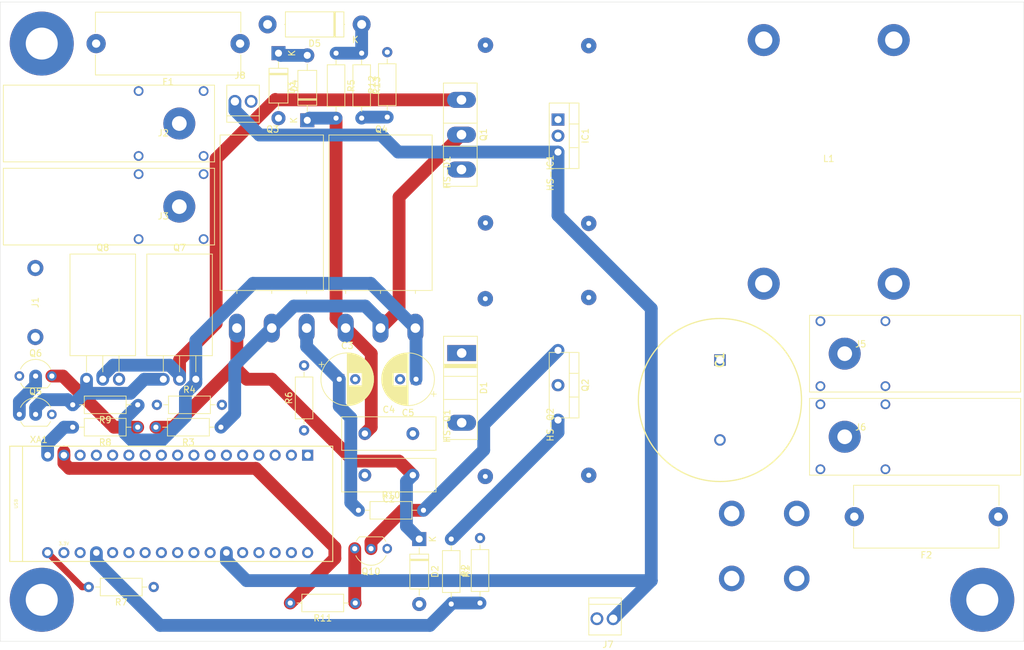
<source format=kicad_pcb>
(kicad_pcb (version 20171130) (host pcbnew "(5.1.8)-1")
  (layers (0 F.Cu signal) (1 In1.Cu signal) (2 In2.Cu signal) (31 B.Cu signal) (34 B.Paste user) (35 F.Paste user) (36 B.SilkS user) (37 F.SilkS user) (38 B.Mask user) (39 F.Mask user) (44 Edge.Cuts user))
  (net 0 "")
  (net 1 "Net-(C1-Pad2)")
  (net 2 "Net-(C1-Pad1)")
  (net 3 "Net-(C2-Pad2)")
  (net 4 "Net-(C2-Pad1)")
  (net 5 "Net-(C3-Pad1)")
  (net 6 "Net-(C4-Pad2)")
  (net 7 "Net-(C4-Pad1)")
  (net 8 "Net-(C5-Pad1)")
  (net 9 "Net-(D1-Pad1)")
  (net 10 "Net-(D3-Pad2)")
  (net 11 "Net-(D5-Pad2)")
  (net 12 "Net-(D5-Pad1)")
  (net 13 "Net-(F1-Pad2)")
  (net 14 "Net-(F2-Pad2)")
  (net 15 "Net-(F2-Pad1)")
  (net 16 "Net-(IC1-Pad3)")
  (net 17 "Net-(Q1-Pad3)")
  (net 18 "Net-(Q10-Pad3)")
  (net 19 "Net-(Q5-Pad1)")
  (net 20 "Net-(Q5-Pad2)")
  (net 21 "Net-(Q5-Pad3)")
  (net 22 "Net-(Q6-Pad2)")
  (net 23 "Net-(Q10-Pad2)")
  (net 24 "Net-(R1-Pad2)")
  (net 25 "Net-(R7-Pad2)")
  (net 26 "Net-(R8-Pad2)")
  (net 27 "Net-(R11-Pad2)")
  (net 28 "Net-(R12-Pad1)")
  (module MountingHole:MountingHole_5mm_Pad (layer F.Cu) (at 168.5 108.5)
    (fp_text reference REF** hide)
    (fp_text value MountingHole_5mm_Pad hide)
    (pad 1 thru_hole circle (at 0 0) (size 10 10) (drill 5) (layers *.Cu *.Mask))
  )
  (module MountingHole:MountingHole_5mm_Pad (layer F.Cu) (at 21.5 108.5)
    (fp_text reference REF** hide)
    (fp_text value MountingHole_5mm_Pad hide)
    (pad 1 thru_hole circle (at 0 0) (size 10 10) (drill 5) (layers *.Cu *.Mask))
  )
  (module MountingHole:MountingHole_5mm_Pad (layer F.Cu) (at 21.5 21.5)
    (fp_text reference REF** hide)
    (fp_text value MountingHole_5mm_Pad hide)
    (pad 1 thru_hole circle (at 0 0) (size 10 10) (drill 5) (layers *.Cu *.Mask))
  )
  (module Custom:HeatsinkUpright (layer F.Cu) (at 106.99 75.115 270)
    (fp_text reference HS-Q2 (at 6 6 90) (layer F.SilkS))
    (fp_text value HeatsinkUpright)
    (pad "" np_thru_hole circle (at -13.9 0 270) (size 2.4 2.4) (drill 0.762) (layers *.Cu *.Mask))
    (pad "" np_thru_hole circle (at 13.9 0 270) (size 2.4 2.4) (drill 0.762) (layers *.Cu *.Mask))
  )
  (module Custom:HeatsinkUpright (layer F.Cu) (at 90.83 75.305 270)
    (fp_text reference HS-Q1 (at 6 6 90) (layer F.SilkS))
    (fp_text value HeatsinkUpright)
    (pad "" np_thru_hole circle (at -13.9 0 270) (size 2.4 2.4) (drill 0.762) (layers *.Cu *.Mask))
    (pad "" np_thru_hole circle (at 13.9 0 270) (size 2.4 2.4) (drill 0.762) (layers *.Cu *.Mask))
  )
  (module Custom:HeatsinkUpright (layer F.Cu) (at 106.99 35.725 270)
    (fp_text reference HS-IC1 (at 6 6 90) (layer F.SilkS))
    (fp_text value HeatsinkUpright)
    (pad "" np_thru_hole circle (at -13.9 0 270) (size 2.4 2.4) (drill 0.762) (layers *.Cu *.Mask))
    (pad "" np_thru_hole circle (at 13.9 0 270) (size 2.4 2.4) (drill 0.762) (layers *.Cu *.Mask))
  )
  (module Custom:HeatsinkUpright (layer F.Cu) (at 90.855 35.645 270)
    (fp_text reference HS-D1 (at 6 6 90) (layer F.SilkS))
    (fp_text value HeatsinkUpright)
    (pad "" np_thru_hole circle (at -13.9 0 270) (size 2.4 2.4) (drill 0.762) (layers *.Cu *.Mask))
    (pad "" np_thru_hole circle (at 13.9 0 270) (size 2.4 2.4) (drill 0.762) (layers *.Cu *.Mask))
  )
  (module Custom:Arduino_Micro_Socket (layer F.Cu) (at 18.5 102.5)
    (fp_text reference XA1 (at 2.54 -19.05) (layer F.SilkS))
    (fp_text value Arduino_Micro_Socket)
    (fp_text user USB (at -1.016 -9.017 90) (layer F.SilkS) (effects (font (size 0.5 0.5) (thickness 0.075))))
    (fp_text user 3.3V (at 6.46 -2.794) (layer F.SilkS) (effects (font (size 0.5 0.5) (thickness 0.075))))
    (pad MISO thru_hole oval (at 42.02 -1.38) (size 1.7272 1.7272) (drill 1.016) (layers *.Cu *.Mask))
    (pad A5 thru_hole oval (at 24.24 -1.38) (size 1.7272 1.7272) (drill 1.016) (layers *.Cu *.Mask))
    (pad A4 thru_hole oval (at 21.7 -1.38) (size 1.7272 1.7272) (drill 1.016) (layers *.Cu *.Mask))
    (pad A3 thru_hole oval (at 19.16 -1.38) (size 1.7272 1.7272) (drill 1.016) (layers *.Cu *.Mask))
    (pad A2 thru_hole oval (at 16.62 -1.38) (size 1.7272 1.7272) (drill 1.016) (layers *.Cu *.Mask))
    (pad A1 thru_hole oval (at 14.08 -1.38) (size 1.7272 1.7272) (drill 1.016) (layers *.Cu *.Mask) (net 28 "Net-(R12-Pad1)"))
    (pad "" thru_hole oval (at 29.32 -1.38) (size 1.7272 1.7272) (drill 1.016) (layers *.Cu *.Mask))
    (pad D11 thru_hole oval (at 6.46 -16.62) (size 1.7272 1.7272) (drill 1.016) (layers *.Cu *.Mask) (net 27 "Net-(R11-Pad2)"))
    (pad D12 thru_hole oval (at 3.92 -16.62) (size 1.7272 1.7272) (drill 1.016) (layers *.Cu *.Mask) (net 26 "Net-(R8-Pad2)"))
    (pad D13 thru_hole oval (at 3.92 -1.38) (size 1.7272 1.7272) (drill 1.016) (layers *.Cu *.Mask) (net 25 "Net-(R7-Pad2)"))
    (pad AREF thru_hole oval (at 9 -1.38) (size 1.7272 1.7272) (drill 1.016) (layers *.Cu *.Mask))
    (pad "" np_thru_hole circle (at 1.38 -1.38) (size 1.016 1.016) (drill 1.016) (layers *.Cu *.Mask))
    (pad D10 thru_hole oval (at 9 -16.62) (size 1.7272 1.7272) (drill 1.016) (layers *.Cu *.Mask))
    (pad D9 thru_hole oval (at 11.54 -16.62) (size 1.7272 1.7272) (drill 1.016) (layers *.Cu *.Mask))
    (pad D8 thru_hole oval (at 14.08 -16.62) (size 1.7272 1.7272) (drill 1.016) (layers *.Cu *.Mask))
    (pad D7 thru_hole oval (at 16.62 -16.62) (size 1.7272 1.7272) (drill 1.016) (layers *.Cu *.Mask))
    (pad D6 thru_hole oval (at 19.16 -16.62) (size 1.7272 1.7272) (drill 1.016) (layers *.Cu *.Mask))
    (pad D5 thru_hole oval (at 21.7 -16.62) (size 1.7272 1.7272) (drill 1.016) (layers *.Cu *.Mask))
    (pad D4 thru_hole oval (at 24.24 -16.62) (size 1.7272 1.7272) (drill 1.016) (layers *.Cu *.Mask))
    (pad D3 thru_hole oval (at 26.78 -16.62) (size 1.7272 1.7272) (drill 1.016) (layers *.Cu *.Mask))
    (pad D2 thru_hole oval (at 29.32 -16.62) (size 1.7272 1.7272) (drill 1.016) (layers *.Cu *.Mask))
    (pad D1 thru_hole oval (at 39.48 -16.62) (size 1.7272 1.7272) (drill 1.016) (layers *.Cu *.Mask))
    (pad D0 thru_hole oval (at 36.94 -16.62) (size 1.7272 1.7272) (drill 1.016) (layers *.Cu *.Mask))
    (pad SS thru_hole oval (at 42.02 -16.62) (size 1.7272 1.7272) (drill 1.016) (layers *.Cu *.Mask))
    (pad RST1 thru_hole oval (at 34.4 -1.38) (size 1.7272 1.7272) (drill 1.016) (layers *.Cu *.Mask))
    (pad 3V3 thru_hole oval (at 6.46 -1.38) (size 1.7272 1.7272) (drill 1.016) (layers *.Cu *.Mask))
    (pad 5V thru_hole oval (at 31.86 -1.38) (size 1.7272 1.7272) (drill 1.016) (layers *.Cu *.Mask) (net 16 "Net-(IC1-Pad3)"))
    (pad GND1 thru_hole oval (at 36.94 -1.38) (size 1.7272 1.7272) (drill 1.016) (layers *.Cu *.Mask) (net 1 "Net-(C1-Pad2)"))
    (pad GND2 thru_hole oval (at 31.86 -16.62) (size 1.7272 1.7272) (drill 1.016) (layers *.Cu *.Mask))
    (pad VIN thru_hole oval (at 39.48 -1.38) (size 1.7272 1.7272) (drill 1.016) (layers *.Cu *.Mask))
    (pad A0 thru_hole oval (at 11.54 -1.38) (size 1.7272 1.7272) (drill 1.016) (layers *.Cu *.Mask) (net 24 "Net-(R1-Pad2)"))
    (pad SCK thru_hole oval (at 44.56 -1.38) (size 1.7272 1.7272) (drill 1.016) (layers *.Cu *.Mask))
    (pad MOSI thru_hole rect (at 44.56 -16.62) (size 1.7272 1.7272) (drill 1.016) (layers *.Cu *.Mask))
    (pad RST2 thru_hole oval (at 34.4 -16.62) (size 1.7272 1.7272) (drill 1.016) (layers *.Cu *.Mask))
    (pad "" thru_hole oval (at 26.78 -1.38) (size 1.7272 1.7272) (drill 1.016) (layers *.Cu *.Mask))
    (pad "" np_thru_hole circle (at 47.1 -1.38) (size 1.016 1.016) (drill 1.016) (layers *.Cu *.Mask))
    (pad "" np_thru_hole circle (at 1.38 -16.62) (size 1.016 1.016) (drill 1.016) (layers *.Cu *.Mask))
    (pad "" np_thru_hole circle (at 47.1 -16.62) (size 1.016 1.016) (drill 1.016) (layers *.Cu *.Mask))
  )
  (module Resistor_THT:R_Axial_DIN0207_L6.3mm_D2.5mm_P10.16mm_Horizontal (layer F.Cu) (at 71.5 23 270)
    (fp_text reference R13 (at 5.08 -2.37 90) (layer F.SilkS))
    (fp_text value 10MOhm)
    (pad 2 thru_hole oval (at 10.16 0 270) (size 1.6 1.6) (drill 0.8) (layers *.Cu *.Mask) (net 28 "Net-(R12-Pad1)"))
    (pad 1 thru_hole circle (at 0 0 270) (size 1.6 1.6) (drill 0.8) (layers *.Cu *.Mask) (net 12 "Net-(D5-Pad1)"))
  )
  (module Resistor_THT:R_Axial_DIN0207_L6.3mm_D2.5mm_P10.16mm_Horizontal (layer F.Cu) (at 75.5 33 90)
    (fp_text reference R12 (at 5.08 -2.37 90) (layer F.SilkS))
    (fp_text value 10kOhm)
    (pad 2 thru_hole oval (at 10.16 0 90) (size 1.6 1.6) (drill 0.8) (layers *.Cu *.Mask) (net 1 "Net-(C1-Pad2)"))
    (pad 1 thru_hole circle (at 0 0 90) (size 1.6 1.6) (drill 0.8) (layers *.Cu *.Mask) (net 28 "Net-(R12-Pad1)"))
  )
  (module Resistor_THT:R_Axial_DIN0207_L6.3mm_D2.5mm_P10.16mm_Horizontal (layer F.Cu) (at 70.5 109 180)
    (fp_text reference R11 (at 5.08 -2.37) (layer F.SilkS))
    (fp_text value 220)
    (pad 2 thru_hole oval (at 10.16 0 180) (size 1.6 1.6) (drill 0.8) (layers *.Cu *.Mask) (net 27 "Net-(R11-Pad2)"))
    (pad 1 thru_hole circle (at 0 0 180) (size 1.6 1.6) (drill 0.8) (layers *.Cu *.Mask) (net 23 "Net-(Q10-Pad2)"))
  )
  (module Resistor_THT:R_Axial_DIN0207_L6.3mm_D2.5mm_P10.16mm_Horizontal (layer F.Cu) (at 71 94.5)
    (fp_text reference R10 (at 5.08 -2.37) (layer F.SilkS))
    (fp_text value 10kOhm)
    (pad 2 thru_hole oval (at 10.16 0) (size 1.6 1.6) (drill 0.8) (layers *.Cu *.Mask) (net 18 "Net-(Q10-Pad3)"))
    (pad 1 thru_hole circle (at 0 0) (size 1.6 1.6) (drill 0.8) (layers *.Cu *.Mask) (net 5 "Net-(C3-Pad1)"))
  )
  (module Resistor_THT:R_Axial_DIN0207_L6.3mm_D2.5mm_P10.16mm_Horizontal (layer F.Cu) (at 36.5 78 180)
    (fp_text reference R9 (at 5.08 -2.37) (layer F.SilkS))
    (fp_text value 1MOhm)
    (pad 2 thru_hole oval (at 10.16 0 180) (size 1.6 1.6) (drill 0.8) (layers *.Cu *.Mask) (net 21 "Net-(Q5-Pad3)"))
    (pad 1 thru_hole circle (at 0 0 180) (size 1.6 1.6) (drill 0.8) (layers *.Cu *.Mask) (net 8 "Net-(C5-Pad1)"))
  )
  (module Resistor_THT:R_Axial_DIN0207_L6.3mm_D2.5mm_P10.16mm_Horizontal (layer F.Cu) (at 36.5 81.5 180)
    (fp_text reference R8 (at 5.08 -2.37) (layer F.SilkS))
    (fp_text value 220Ohm)
    (pad 2 thru_hole oval (at 10.16 0 180) (size 1.6 1.6) (drill 0.8) (layers *.Cu *.Mask) (net 26 "Net-(R8-Pad2)"))
    (pad 1 thru_hole circle (at 0 0 180) (size 1.6 1.6) (drill 0.8) (layers *.Cu *.Mask) (net 22 "Net-(Q6-Pad2)"))
  )
  (module Resistor_THT:R_Axial_DIN0207_L6.3mm_D2.5mm_P10.16mm_Horizontal (layer F.Cu) (at 39 106.5 180)
    (fp_text reference R7 (at 5.08 -2.37) (layer F.SilkS))
    (fp_text value 220Ohm)
    (pad 2 thru_hole oval (at 10.16 0 180) (size 1.6 1.6) (drill 0.8) (layers *.Cu *.Mask) (net 25 "Net-(R7-Pad2)"))
    (pad 1 thru_hole circle (at 0 0 180) (size 1.6 1.6) (drill 0.8) (layers *.Cu *.Mask) (net 20 "Net-(Q5-Pad2)"))
  )
  (module Resistor_THT:R_Axial_DIN0207_L6.3mm_D2.5mm_P10.16mm_Horizontal (layer F.Cu) (at 62.5 82 90)
    (fp_text reference R6 (at 5.08 -2.37 90) (layer F.SilkS))
    (fp_text value 1MOhm)
    (pad 2 thru_hole oval (at 10.16 0 90) (size 1.6 1.6) (drill 0.8) (layers *.Cu *.Mask) (net 1 "Net-(C1-Pad2)"))
    (pad 1 thru_hole circle (at 0 0 90) (size 1.6 1.6) (drill 0.8) (layers *.Cu *.Mask) (net 6 "Net-(C4-Pad2)"))
  )
  (module Resistor_THT:R_Axial_DIN0207_L6.3mm_D2.5mm_P10.16mm_Horizontal (layer F.Cu) (at 67.5 23 270)
    (fp_text reference R5 (at 5.08 -2.37 90) (layer F.SilkS))
    (fp_text value 10MOhm)
    (pad 2 thru_hole oval (at 10.16 0 270) (size 1.6 1.6) (drill 0.8) (layers *.Cu *.Mask) (net 7 "Net-(C4-Pad1)"))
    (pad 1 thru_hole circle (at 0 0 270) (size 1.6 1.6) (drill 0.8) (layers *.Cu *.Mask) (net 12 "Net-(D5-Pad1)"))
  )
  (module Resistor_THT:R_Axial_DIN0207_L6.3mm_D2.5mm_P10.16mm_Horizontal (layer F.Cu) (at 39.5 78)
    (fp_text reference R4 (at 5.08 -2.37) (layer F.SilkS))
    (fp_text value 1MOhm)
    (pad 2 thru_hole oval (at 10.16 0) (size 1.6 1.6) (drill 0.8) (layers *.Cu *.Mask) (net 1 "Net-(C1-Pad2)"))
    (pad 1 thru_hole circle (at 0 0) (size 1.6 1.6) (drill 0.8) (layers *.Cu *.Mask) (net 3 "Net-(C2-Pad2)"))
  )
  (module Resistor_THT:R_Axial_DIN0207_L6.3mm_D2.5mm_P10.16mm_Horizontal (layer F.Cu) (at 49.5 81.5 180)
    (fp_text reference R3 (at 5.08 -2.37) (layer F.SilkS))
    (fp_text value 10MOhm)
    (pad 2 thru_hole oval (at 10.16 0 180) (size 1.6 1.6) (drill 0.8) (layers *.Cu *.Mask) (net 4 "Net-(C2-Pad1)"))
    (pad 1 thru_hole circle (at 0 0 180) (size 1.6 1.6) (drill 0.8) (layers *.Cu *.Mask) (net 12 "Net-(D5-Pad1)"))
  )
  (module Resistor_THT:R_Axial_DIN0207_L6.3mm_D2.5mm_P10.16mm_Horizontal (layer F.Cu) (at 90 109 90)
    (fp_text reference R2 (at 5.08 -2.37 90) (layer F.SilkS))
    (fp_text value 100kOhm)
    (pad 2 thru_hole oval (at 10.16 0 90) (size 1.6 1.6) (drill 0.8) (layers *.Cu *.Mask) (net 1 "Net-(C1-Pad2)"))
    (pad 1 thru_hole circle (at 0 0 90) (size 1.6 1.6) (drill 0.8) (layers *.Cu *.Mask) (net 24 "Net-(R1-Pad2)"))
  )
  (module Resistor_THT:R_Axial_DIN0207_L6.3mm_D2.5mm_P10.16mm_Horizontal (layer F.Cu) (at 85.5 99 270)
    (fp_text reference R1 (at 5.08 -2.37 90) (layer F.SilkS))
    (fp_text value 1MOhm)
    (pad 2 thru_hole oval (at 10.16 0 270) (size 1.6 1.6) (drill 0.8) (layers *.Cu *.Mask) (net 24 "Net-(R1-Pad2)"))
    (pad 1 thru_hole circle (at 0 0 270) (size 1.6 1.6) (drill 0.8) (layers *.Cu *.Mask) (net 2 "Net-(C1-Pad1)"))
  )
  (module Custom:TS13003CT_wide (layer F.Cu) (at 75.5 100.5 180)
    (fp_text reference Q10 (at 2.54 -3.56) (layer F.SilkS))
    (fp_text value TS13003CT)
    (pad 1 thru_hole circle (at 0 0 180) (size 1.5 1.5) (drill 0.8) (layers *.Cu *.Mask) (net 1 "Net-(C1-Pad2)"))
    (pad 2 thru_hole circle (at 5.08 0 180) (size 1.5 1.5) (drill 0.8) (layers *.Cu *.Mask) (net 23 "Net-(Q10-Pad2)"))
    (pad 3 thru_hole circle (at 2.54 0 180) (size 1.5 1.5) (drill 0.8) (layers *.Cu *.Mask) (net 18 "Net-(Q10-Pad3)"))
  )
  (module Custom:FDP20N50_Horizontal_TabDown (layer F.Cu) (at 28.5 74)
    (fp_text reference Q8 (at 2.54 -20.58) (layer F.SilkS))
    (fp_text value FDP20N50)
    (pad 1 thru_hole oval (at 5.08 0) (size 1.905 2) (drill 1.1) (layers *.Cu *.Mask) (net 1 "Net-(C1-Pad2)"))
    (pad 3 thru_hole oval (at 2.54 0) (size 1.905 2) (drill 1.1) (layers *.Cu *.Mask) (net 17 "Net-(Q1-Pad3)"))
    (pad 2 thru_hole circle (at 0 0) (size 1.905 1.905) (drill 1.1) (layers *.Cu *.Mask) (net 21 "Net-(Q5-Pad3)"))
    (pad "" np_thru_hole oval (at 2.54 -16.66) (size 3.5 3.5) (drill 3.5) (layers *.Cu *.Mask))
  )
  (module Custom:FQP3P50_Horizontal_TabDown (layer F.Cu) (at 40.5 74)
    (fp_text reference Q7 (at 2.54 -20.58) (layer F.SilkS))
    (fp_text value FQP3P50)
    (pad 2 thru_hole oval (at 5.08 0) (size 1.905 2) (drill 1.1) (layers *.Cu *.Mask) (net 8 "Net-(C5-Pad1)"))
    (pad 3 thru_hole oval (at 2.54 0) (size 1.905 2) (drill 1.1) (layers *.Cu *.Mask) (net 17 "Net-(Q1-Pad3)"))
    (pad 1 thru_hole circle (at 0 0) (size 1.905 1.905) (drill 1.1) (layers *.Cu *.Mask) (net 21 "Net-(Q5-Pad3)"))
    (pad "" np_thru_hole oval (at 2.54 -16.66) (size 3.5 3.5) (drill 3.5) (layers *.Cu *.Mask))
  )
  (module Custom:TS13003CT_wide (layer F.Cu) (at 18 73.5)
    (fp_text reference Q6 (at 2.54 -3.56) (layer F.SilkS))
    (fp_text value TS13003CT)
    (pad 1 thru_hole circle (at 0 0) (size 1.5 1.5) (drill 0.8) (layers *.Cu *.Mask) (net 1 "Net-(C1-Pad2)"))
    (pad 2 thru_hole circle (at 5.08 0) (size 1.5 1.5) (drill 0.8) (layers *.Cu *.Mask) (net 22 "Net-(Q6-Pad2)"))
    (pad 3 thru_hole circle (at 2.54 0) (size 1.5 1.5) (drill 0.8) (layers *.Cu *.Mask) (net 19 "Net-(Q5-Pad1)"))
  )
  (module Custom:TS13003CT_wide (layer F.Cu) (at 18 79.5)
    (fp_text reference Q5 (at 2.54 -3.56) (layer F.SilkS))
    (fp_text value TS13003CT)
    (pad 1 thru_hole circle (at 0 0) (size 1.5 1.5) (drill 0.8) (layers *.Cu *.Mask) (net 19 "Net-(Q5-Pad1)"))
    (pad 2 thru_hole circle (at 5.08 0) (size 1.5 1.5) (drill 0.8) (layers *.Cu *.Mask) (net 20 "Net-(Q5-Pad2)"))
    (pad 3 thru_hole circle (at 2.54 0) (size 1.5 1.5) (drill 0.8) (layers *.Cu *.Mask) (net 21 "Net-(Q5-Pad3)"))
  )
  (module Custom:2SK3747_TabDown (layer F.Cu) (at 69 63)
    (fp_text reference Q4 (at 5.6 -28.1) (layer F.SilkS))
    (fp_text value 2SK3747-1E)
    (pad 1 thru_hole oval (at 10.9 3) (size 2.5 4.5) (drill 1.5) (layers *.Cu *.Mask) (net 8 "Net-(C5-Pad1)"))
    (pad 3 thru_hole oval (at 5.45 3) (size 2.5 4.5) (drill 1.5) (layers *.Cu *.Mask) (net 12 "Net-(D5-Pad1)"))
    (pad 2 thru_hole oval (at 0 3) (size 2.5 4.5) (drill 1.5) (layers *.Cu *.Mask) (net 7 "Net-(C4-Pad1)"))
    (pad "" np_thru_hole oval (at 5.45 -23) (size 3.4 3.4) (drill 3.4) (layers *.Cu *.Mask))
  )
  (module Custom:2SK3747_TabDown (layer F.Cu) (at 52 63)
    (fp_text reference Q3 (at 5.6 -28.1) (layer F.SilkS))
    (fp_text value 2SK3747-1E)
    (pad 1 thru_hole oval (at 10.9 3) (size 2.5 4.5) (drill 1.5) (layers *.Cu *.Mask) (net 5 "Net-(C3-Pad1)"))
    (pad 3 thru_hole oval (at 5.45 3) (size 2.5 4.5) (drill 1.5) (layers *.Cu *.Mask) (net 12 "Net-(D5-Pad1)"))
    (pad 2 thru_hole oval (at 0 3) (size 2.5 4.5) (drill 1.5) (layers *.Cu *.Mask) (net 4 "Net-(C2-Pad1)"))
    (pad "" np_thru_hole oval (at 5.45 -23) (size 3.4 3.4) (drill 3.4) (layers *.Cu *.Mask))
  )
  (module Custom:FQP47P06_Vertical_Wide (layer F.Cu) (at 102.19 72.39 270)
    (fp_text reference Q2 (at 2.54 -4.27 90) (layer F.SilkS))
    (fp_text value FQP47P06)
    (pad 3 thru_hole oval (at 7.99 0 270) (size 1.905 2) (drill 1.1) (layers *.Cu *.Mask) (net 2 "Net-(C1-Pad1)"))
    (pad 2 thru_hole oval (at 2.54 0 270) (size 1.905 2) (drill 1.1) (layers *.Cu *.Mask) (net 14 "Net-(F2-Pad2)"))
    (pad 1 thru_hole circle (at -2.91 0 270) (size 1.905 1.905) (drill 1.1) (layers *.Cu *.Mask) (net 18 "Net-(Q10-Pad3)"))
  )
  (module Custom:NGTB40N120FL2WG_Vertical (layer F.Cu) (at 87.1 30.3 270)
    (fp_text reference Q1 (at 5.45 -3.45 90) (layer F.SilkS))
    (fp_text value NGTB40N120FL2WG)
    (pad 2 thru_hole oval (at 10.9 0 270) (size 2.5 4.5) (drill 1.5) (layers *.Cu *.Mask) (net 9 "Net-(D1-Pad1)"))
    (pad 1 thru_hole oval (at 5.45 0 270) (size 2.5 4.5) (drill 1.5) (layers *.Cu *.Mask) (net 12 "Net-(D5-Pad1)"))
    (pad 3 thru_hole oval (at 0 0 270) (size 2.5 4.5) (drill 1.5) (layers *.Cu *.Mask) (net 17 "Net-(Q1-Pad3)"))
  )
  (module Custom:rb8522_size5 (layer F.Cu) (at 144.5 40 180)
    (fp_text reference L1 (at 0 0.5) (layer F.SilkS))
    (fp_text value RB8522-25-2M0)
    (pad 2 thru_hole circle (at 10.16 19.05 180) (size 5 5) (drill 2.7) (layers *.Cu *.Mask) (net 9 "Net-(D1-Pad1)"))
    (pad 4 thru_hole circle (at 10.16 -19.05 180) (size 5 5) (drill 2.7) (layers *.Cu *.Mask) (net 2 "Net-(C1-Pad1)"))
    (pad 1 thru_hole circle (at -10.16 19.05 180) (size 5 5) (drill 2.7) (layers *.Cu *.Mask) (net 9 "Net-(D1-Pad1)"))
    (pad 3 thru_hole circle (at -10.16 -19.05 180) (size 5 5) (drill 2.7) (layers *.Cu *.Mask) (net 2 "Net-(C1-Pad1)"))
    (pad "" np_thru_hole circle (at 27 0 180) (size 3.4 3.4) (drill 3.4) (layers *.Cu *.Mask))
    (pad "" np_thru_hole circle (at -27 0 180) (size 3.4 3.4) (drill 3.4) (layers *.Cu *.Mask))
  )
  (module Custom:Molex_KK_254_2pin (layer F.Cu) (at 55.5 28 180)
    (fp_text reference J8 (at 3 1.5) (layer F.SilkS))
    (fp_text value 483-8461)
    (pad 2 thru_hole circle (at 3.81 -2.54 180) (size 2 2) (drill 1.3) (layers *.Cu *.Mask) (net 16 "Net-(IC1-Pad3)"))
    (pad 1 thru_hole circle (at 1.27 -2.54 180) (size 2 2) (drill 1.3) (layers *.Cu *.Mask) (net 1 "Net-(C1-Pad2)"))
  )
  (module Custom:Molex_KK_254_2pin (layer F.Cu) (at 107 114)
    (fp_text reference J7 (at 3 1.5) (layer F.SilkS))
    (fp_text value 483-8461)
    (pad 2 thru_hole circle (at 3.81 -2.54) (size 2 2) (drill 1.3) (layers *.Cu *.Mask) (net 16 "Net-(IC1-Pad3)"))
    (pad 1 thru_hole circle (at 1.27 -2.54) (size 2 2) (drill 1.3) (layers *.Cu *.Mask) (net 1 "Net-(C1-Pad2)"))
  )
  (module Custom:SLB4-I90 (layer F.Cu) (at 141.5 89)
    (fp_text reference J6 (at 8 -7.5) (layer F.SilkS))
    (fp_text value Conn_01x01)
    (pad 1 thru_hole circle (at 5.5 -6) (size 5 5) (drill 2.3) (layers *.Cu *.Mask) (net 1 "Net-(C1-Pad2)"))
    (pad "" np_thru_hole circle (at 11.86 -0.92) (size 1.524 1.524) (drill 1) (layers *.Cu *.Mask))
    (pad "" np_thru_hole circle (at 1.7 -11.08) (size 1.524 1.524) (drill 1) (layers *.Cu *.Mask))
    (pad "" np_thru_hole circle (at 1.7 -0.92) (size 1.524 1.524) (drill 1) (layers *.Cu *.Mask))
    (pad "" np_thru_hole circle (at 11.86 -11.08) (size 1.524 1.524) (drill 1) (layers *.Cu *.Mask))
  )
  (module Custom:SLB4-I90 (layer F.Cu) (at 141.5 76)
    (fp_text reference J5 (at 8 -7.5) (layer F.SilkS))
    (fp_text value Conn_01x01)
    (pad 1 thru_hole circle (at 5.5 -6) (size 5 5) (drill 2.3) (layers *.Cu *.Mask) (net 15 "Net-(F2-Pad1)"))
    (pad "" np_thru_hole circle (at 11.86 -0.92) (size 1.524 1.524) (drill 1) (layers *.Cu *.Mask))
    (pad "" np_thru_hole circle (at 1.7 -11.08) (size 1.524 1.524) (drill 1) (layers *.Cu *.Mask))
    (pad "" np_thru_hole circle (at 1.7 -0.92) (size 1.524 1.524) (drill 1) (layers *.Cu *.Mask))
    (pad "" np_thru_hole circle (at 11.86 -11.08) (size 1.524 1.524) (drill 1) (layers *.Cu *.Mask))
  )
  (module Custom:connector_2pin_P10.6mm (layer F.Cu) (at 139.5 95 180)
    (fp_text reference J4 (at 0 0.5) (layer F.SilkS))
    (fp_text value 146-8335)
    (pad 2 thru_hole circle (at 10.16 0 180) (size 4 4) (drill 2.4) (layers *.Cu *.Mask) (net 1 "Net-(C1-Pad2)"))
    (pad 2 thru_hole circle (at 10.16 -10.16 180) (size 4 4) (drill 2.4) (layers *.Cu *.Mask) (net 1 "Net-(C1-Pad2)"))
    (pad 1 thru_hole circle (at 0 -10.16 180) (size 4 4) (drill 2.4) (layers *.Cu *.Mask) (net 15 "Net-(F2-Pad1)"))
    (pad 1 thru_hole circle (at 0 0 180) (size 4 4) (drill 2.4) (layers *.Cu *.Mask) (net 15 "Net-(F2-Pad1)"))
  )
  (module Custom:SLB4-I90 (layer F.Cu) (at 48.5 41 180)
    (fp_text reference J3 (at 8 -7.5) (layer F.SilkS))
    (fp_text value Conn_01x01)
    (pad 1 thru_hole circle (at 5.5 -6 180) (size 5 5) (drill 2.3) (layers *.Cu *.Mask) (net 1 "Net-(C1-Pad2)"))
    (pad "" np_thru_hole circle (at 11.86 -0.92 180) (size 1.524 1.524) (drill 1) (layers *.Cu *.Mask))
    (pad "" np_thru_hole circle (at 1.7 -11.08 180) (size 1.524 1.524) (drill 1) (layers *.Cu *.Mask))
    (pad "" np_thru_hole circle (at 1.7 -0.92 180) (size 1.524 1.524) (drill 1) (layers *.Cu *.Mask))
    (pad "" np_thru_hole circle (at 11.86 -11.08 180) (size 1.524 1.524) (drill 1) (layers *.Cu *.Mask))
  )
  (module Custom:SLB4-I90 (layer F.Cu) (at 48.5 28 180)
    (fp_text reference J2 (at 8 -7.5) (layer F.SilkS))
    (fp_text value Conn_01x01)
    (pad 1 thru_hole circle (at 5.5 -6 180) (size 5 5) (drill 2.3) (layers *.Cu *.Mask) (net 13 "Net-(F1-Pad2)"))
    (pad "" np_thru_hole circle (at 11.86 -0.92 180) (size 1.524 1.524) (drill 1) (layers *.Cu *.Mask))
    (pad "" np_thru_hole circle (at 1.7 -11.08 180) (size 1.524 1.524) (drill 1) (layers *.Cu *.Mask))
    (pad "" np_thru_hole circle (at 1.7 -0.92 180) (size 1.524 1.524) (drill 1) (layers *.Cu *.Mask))
    (pad "" np_thru_hole circle (at 11.86 -11.08 180) (size 1.524 1.524) (drill 1) (layers *.Cu *.Mask))
  )
  (module Custom:TerminalBlock_2pin_10mm (layer F.Cu) (at 20.5 62 270)
    (fp_text reference J1 (at 0 0 90) (layer F.SilkS))
    (fp_text value 190-9991)
    (pad 1 thru_hole circle (at -5.4 0 270) (size 2.5 2.5) (drill 1.4) (layers *.Cu *.Mask) (net 13 "Net-(F1-Pad2)"))
    (pad 2 thru_hole circle (at 5.4 0 270) (size 2.5 2.5) (drill 1.4) (layers *.Cu *.Mask) (net 1 "Net-(C1-Pad2)"))
  )
  (module Package_TO_SOT_THT:TO-220-3_Vertical (layer F.Cu) (at 102.19 33.385 270)
    (fp_text reference IC1 (at 2.54 -4.27 90) (layer F.SilkS))
    (fp_text value NCP7805TG)
    (pad 3 thru_hole oval (at 5.08 0 270) (size 1.905 2) (drill 1.1) (layers *.Cu *.Mask) (net 16 "Net-(IC1-Pad3)"))
    (pad 2 thru_hole oval (at 2.54 0 270) (size 1.905 2) (drill 1.1) (layers *.Cu *.Mask) (net 1 "Net-(C1-Pad2)"))
    (pad 1 thru_hole rect (at 0 0 270) (size 1.905 2) (drill 1.1) (layers *.Cu *.Mask) (net 5 "Net-(C3-Pad1)"))
  )
  (module Fuse:Fuseholder_Cylinder-5x20mm_Schurter_0031_8201_Horizontal_Open (layer F.Cu) (at 171 95.5 180)
    (fp_text reference F2 (at 11.25 -6) (layer F.SilkS))
    (fp_text value 25A)
    (pad "" np_thru_hole circle (at 11.25 0 180) (size 2.7 2.7) (drill 2.7) (layers *.Cu *.Mask))
    (pad 2 thru_hole circle (at 22.5 0 180) (size 3 3) (drill 1.3) (layers *.Cu *.Mask) (net 14 "Net-(F2-Pad2)"))
    (pad 1 thru_hole circle (at 0 0 180) (size 3 3) (drill 1.3) (layers *.Cu *.Mask) (net 15 "Net-(F2-Pad1)"))
  )
  (module Fuse:Fuseholder_Cylinder-5x20mm_Schurter_0031_8201_Horizontal_Open (layer F.Cu) (at 52.5 21.5 180)
    (fp_text reference F1 (at 11.25 -6) (layer F.SilkS))
    (fp_text value 2A)
    (pad "" np_thru_hole circle (at 11.25 0 180) (size 2.7 2.7) (drill 2.7) (layers *.Cu *.Mask))
    (pad 2 thru_hole circle (at 22.5 0 180) (size 3 3) (drill 1.3) (layers *.Cu *.Mask) (net 13 "Net-(F1-Pad2)"))
    (pad 1 thru_hole circle (at 0 0 180) (size 3 3) (drill 1.3) (layers *.Cu *.Mask) (net 11 "Net-(D5-Pad2)"))
  )
  (module Custom:1N5408G (layer F.Cu) (at 70.5 18.5 180)
    (fp_text reference D5 (at 6.35 -2.97) (layer F.SilkS))
    (fp_text value 1N5408G)
    (fp_text user K (at 0 -2.4) (layer F.SilkS))
    (pad 2 thru_hole oval (at 13.7 0 180) (size 2.8 2.8) (drill 1.4) (layers *.Cu *.Mask) (net 11 "Net-(D5-Pad2)"))
    (pad 1 thru_hole circle (at -1 0 180) (size 2.8 2.8) (drill 1.4) (layers *.Cu *.Mask) (net 12 "Net-(D5-Pad1)"))
  )
  (module Diode_THT:D_DO-41_SOD81_P10.16mm_Horizontal (layer F.Cu) (at 58.5 23 270)
    (fp_text reference D4 (at 5.08 -2.47 90) (layer F.SilkS))
    (fp_text value 1N5956BRLG)
    (fp_text user K (at 0 -2.1 90) (layer F.SilkS))
    (pad 2 thru_hole oval (at 10.16 0 270) (size 2.2 2.2) (drill 1.1) (layers *.Cu *.Mask) (net 1 "Net-(C1-Pad2)"))
    (pad 1 thru_hole rect (at 0 0 270) (size 2.2 2.2) (drill 1.1) (layers *.Cu *.Mask) (net 10 "Net-(D3-Pad2)"))
  )
  (module Diode_THT:D_DO-41_SOD81_P10.16mm_Horizontal (layer F.Cu) (at 63 33.5 90)
    (fp_text reference D3 (at 5.08 -2.47 90) (layer F.SilkS))
    (fp_text value 1N5956BRLG)
    (fp_text user K (at 0 -2.1 90) (layer F.SilkS))
    (pad 2 thru_hole oval (at 10.16 0 90) (size 2.2 2.2) (drill 1.1) (layers *.Cu *.Mask) (net 10 "Net-(D3-Pad2)"))
    (pad 1 thru_hole rect (at 0 0 90) (size 2.2 2.2) (drill 1.1) (layers *.Cu *.Mask) (net 7 "Net-(C4-Pad1)"))
  )
  (module Diode_THT:D_DO-41_SOD81_P10.16mm_Horizontal (layer F.Cu) (at 80.5 99 270)
    (fp_text reference D2 (at 5.08 -2.47 90) (layer F.SilkS))
    (fp_text value 1N4751ATR)
    (fp_text user K (at 0 -2.1 90) (layer F.SilkS))
    (pad 2 thru_hole oval (at 10.16 0 270) (size 2.2 2.2) (drill 1.1) (layers *.Cu *.Mask) (net 1 "Net-(C1-Pad2)"))
    (pad 1 thru_hole rect (at 0 0 270) (size 2.2 2.2) (drill 1.1) (layers *.Cu *.Mask) (net 4 "Net-(C2-Pad1)"))
  )
  (module Custom:DSS60-0045B_Vertical (layer F.Cu) (at 87.13 69.905 270)
    (fp_text reference D1 (at 5.45 -3.45 90) (layer F.SilkS))
    (fp_text value DSS60-0045B)
    (pad 2 thru_hole oval (at 10.9 0 270) (size 2.5 4.5) (drill 1.5) (layers *.Cu *.Mask) (net 1 "Net-(C1-Pad2)"))
    (pad 1 thru_hole rect (at 0 0 270) (size 2.5 4.5) (drill 1.5) (layers *.Cu *.Mask) (net 9 "Net-(D1-Pad1)"))
  )
  (module Capacitor_THT:CP_Radial_D8.0mm_P2.50mm (layer F.Cu) (at 80 74 180)
    (fp_text reference C5 (at 1.25 -5.25) (layer F.SilkS))
    (fp_text value 1uF)
    (pad 2 thru_hole circle (at 2.5 0 180) (size 1.6 1.6) (drill 0.8) (layers *.Cu *.Mask) (net 1 "Net-(C1-Pad2)"))
    (pad 1 thru_hole rect (at 0 0 180) (size 1.6 1.6) (drill 0.8) (layers *.Cu *.Mask) (net 8 "Net-(C5-Pad1)"))
  )
  (module Capacitor_THT:C_Disc_D14.5mm_W5.0mm_P7.50mm (layer F.Cu) (at 72 82.5)
    (fp_text reference C4 (at 3.75 -3.75) (layer F.SilkS))
    (fp_text value 10nF)
    (pad 2 thru_hole circle (at 7.5 0) (size 2 2) (drill 1) (layers *.Cu *.Mask) (net 6 "Net-(C4-Pad2)"))
    (pad 1 thru_hole circle (at 0 0) (size 2 2) (drill 1) (layers *.Cu *.Mask) (net 7 "Net-(C4-Pad1)"))
  )
  (module Capacitor_THT:CP_Radial_D8.0mm_P2.50mm (layer F.Cu) (at 68 74)
    (fp_text reference C3 (at 1.25 -5.25) (layer F.SilkS))
    (fp_text value 1uF)
    (pad 2 thru_hole circle (at 2.5 0) (size 1.6 1.6) (drill 0.8) (layers *.Cu *.Mask) (net 1 "Net-(C1-Pad2)"))
    (pad 1 thru_hole rect (at 0 0) (size 1.6 1.6) (drill 0.8) (layers *.Cu *.Mask) (net 5 "Net-(C3-Pad1)"))
  )
  (module Capacitor_THT:C_Disc_D14.5mm_W5.0mm_P7.50mm (layer F.Cu) (at 79.5 89 180)
    (fp_text reference C2 (at 3.75 -3.75) (layer F.SilkS))
    (fp_text value 10nF)
    (pad 2 thru_hole circle (at 7.5 0 180) (size 2 2) (drill 1) (layers *.Cu *.Mask) (net 3 "Net-(C2-Pad2)"))
    (pad 1 thru_hole circle (at 0 0 180) (size 2 2) (drill 1) (layers *.Cu *.Mask) (net 4 "Net-(C2-Pad1)"))
  )
  (module Custom:CAPPRD1250W100D2550H5200 (layer F.Cu) (at 127.5 71 270)
    (fp_text reference C1 (at 0 0 90) (layer F.SilkS) (effects (font (size 1.27 1.27) (thickness 0.254))))
    (fp_text value 10mF hide)
    (pad 2 thru_hole circle (at 12.5 0 270) (size 1.8 1.8) (drill 1.2) (layers *.Cu *.Mask) (net 1 "Net-(C1-Pad2)"))
    (pad 1 thru_hole rect (at 0 0 270) (size 1.8 1.8) (drill 1.2) (layers *.Cu *.Mask) (net 2 "Net-(C1-Pad1)"))
  )
  (gr_line (start 175 15) (end 15 15) (layer Edge.Cuts) (width 0.05))
  (gr_line (start 175 115) (end 175 15) (layer Edge.Cuts) (width 0.05))
  (gr_line (start 15 115) (end 175 115) (layer Edge.Cuts) (width 0.05))
  (gr_line (start 15 15) (end 15 115) (layer Edge.Cuts) (width 0.05))
  (segment (start 102.19 82.31) (end 102.19 80.38) (width 2) (layer B.Cu) (net 2))
  (segment (start 85.5 99) (end 102.19 82.31) (width 2) (layer B.Cu) (net 2))
  (segment (start 52 71.539998) (end 52 66) (width 2) (layer F.Cu) (net 4))
  (segment (start 42.039998 81.5) (end 52 71.539998) (width 2) (layer F.Cu) (net 4))
  (segment (start 39.34 81.5) (end 42.039998 81.5) (width 2) (layer F.Cu) (net 4))
  (segment (start 52 72.460002) (end 52 71.539998) (width 2) (layer F.Cu) (net 4))
  (segment (start 53.539999 74.000001) (end 52 72.460002) (width 2) (layer F.Cu) (net 4))
  (segment (start 57.460003 74.000001) (end 53.539999 74.000001) (width 2) (layer F.Cu) (net 4))
  (segment (start 70.260001 86.799999) (end 57.460003 74.000001) (width 2) (layer F.Cu) (net 4))
  (segment (start 77.299999 86.799999) (end 70.260001 86.799999) (width 2) (layer F.Cu) (net 4))
  (segment (start 79.5 89) (end 77.299999 86.799999) (width 2) (layer F.Cu) (net 4))
  (segment (start 78.500001 97.000001) (end 80.5 99) (width 2) (layer B.Cu) (net 4))
  (segment (start 78.500001 89.999999) (end 78.500001 97.000001) (width 2) (layer B.Cu) (net 4))
  (segment (start 79.5 89) (end 78.500001 89.999999) (width 2) (layer B.Cu) (net 4))
  (segment (start 62.9 68.9) (end 68 74) (width 2) (layer B.Cu) (net 5))
  (segment (start 62.9 66) (end 62.9 68.9) (width 2) (layer B.Cu) (net 5))
  (segment (start 69.799999 80.028717) (end 69.799999 93.299999) (width 2) (layer B.Cu) (net 5))
  (segment (start 69.799999 93.299999) (end 71 94.5) (width 2) (layer B.Cu) (net 5))
  (segment (start 68 78.228718) (end 69.799999 80.028717) (width 2) (layer B.Cu) (net 5))
  (segment (start 68 74) (end 68 78.228718) (width 2) (layer B.Cu) (net 5))
  (segment (start 72.999999 69.999999) (end 69 66) (width 2) (layer F.Cu) (net 7))
  (segment (start 72.999999 81.500001) (end 72.999999 69.999999) (width 2) (layer F.Cu) (net 7))
  (segment (start 72 82.5) (end 72.999999 81.500001) (width 2) (layer F.Cu) (net 7))
  (segment (start 63.34 33.16) (end 63 33.5) (width 2) (layer B.Cu) (net 7))
  (segment (start 67.5 33.16) (end 63.34 33.16) (width 2) (layer B.Cu) (net 7))
  (segment (start 67.5 64.5) (end 69 66) (width 2) (layer F.Cu) (net 7))
  (segment (start 67.5 33.16) (end 67.5 64.5) (width 2) (layer F.Cu) (net 7))
  (segment (start 80 66.1) (end 79.9 66) (width 2) (layer B.Cu) (net 8))
  (segment (start 80 74) (end 80 66.1) (width 2) (layer B.Cu) (net 8))
  (segment (start 45.58 67.955163) (end 54.535163 59) (width 2) (layer B.Cu) (net 8))
  (segment (start 45.58 74) (end 45.58 67.955163) (width 2) (layer B.Cu) (net 8))
  (segment (start 72.9 59) (end 79.9 66) (width 2) (layer B.Cu) (net 8))
  (segment (start 54.535163 59) (end 72.9 59) (width 2) (layer B.Cu) (net 8))
  (segment (start 34.499999 80.151282) (end 36.575641 78.07564) (width 2) (layer B.Cu) (net 8))
  (segment (start 34.499999 82.460001) (end 34.499999 80.151282) (width 2) (layer B.Cu) (net 8))
  (segment (start 35.539999 83.500001) (end 34.499999 82.460001) (width 2) (layer B.Cu) (net 8))
  (segment (start 40.300001 83.500001) (end 35.539999 83.500001) (width 2) (layer B.Cu) (net 8))
  (segment (start 43.951273 79.848729) (end 40.300001 83.500001) (width 2) (layer B.Cu) (net 8))
  (segment (start 43.951273 76.20001) (end 43.951273 79.848729) (width 2) (layer B.Cu) (net 8))
  (segment (start 45.58 74.571283) (end 43.951273 76.20001) (width 2) (layer B.Cu) (net 8))
  (segment (start 45.58 74) (end 45.58 74.571283) (width 2) (layer B.Cu) (net 8))
  (segment (start 58.84 23.34) (end 58.5 23) (width 2) (layer B.Cu) (net 10))
  (segment (start 63 23.34) (end 58.84 23.34) (width 2) (layer B.Cu) (net 10))
  (segment (start 51.660001 71.789999) (end 57.45 66) (width 2) (layer B.Cu) (net 12))
  (segment (start 51.660001 79.339999) (end 51.660001 71.789999) (width 2) (layer B.Cu) (net 12))
  (segment (start 49.5 81.5) (end 51.660001 79.339999) (width 2) (layer B.Cu) (net 12))
  (segment (start 74.45 66) (end 74.45 64.95) (width 2) (layer B.Cu) (net 12))
  (segment (start 60.90001 62.54999) (end 57.45 66) (width 2) (layer B.Cu) (net 12))
  (segment (start 72.04999 62.54999) (end 60.90001 62.54999) (width 2) (layer B.Cu) (net 12))
  (segment (start 74.45 64.95) (end 72.04999 62.54999) (width 2) (layer B.Cu) (net 12))
  (segment (start 71.5 23) (end 67.5 23) (width 2) (layer B.Cu) (net 12))
  (segment (start 71.5 18.5) (end 71.5 23) (width 2) (layer B.Cu) (net 12))
  (segment (start 77.350001 45.499999) (end 87.1 35.75) (width 2) (layer F.Cu) (net 12))
  (segment (start 77.350001 63.099999) (end 77.350001 45.499999) (width 2) (layer F.Cu) (net 12))
  (segment (start 74.45 66) (end 77.350001 63.099999) (width 2) (layer F.Cu) (net 12))
  (segment (start 50.36 102.341314) (end 50.36 101.12) (width 2) (layer B.Cu) (net 16))
  (segment (start 53.518686 105.5) (end 50.36 102.341314) (width 2) (layer B.Cu) (net 16))
  (segment (start 116.764213 105.5) (end 53.518686 105.5) (width 2) (layer B.Cu) (net 16))
  (segment (start 51.69 31.954213) (end 51.69 30.54) (width 2) (layer B.Cu) (net 16))
  (segment (start 55.535788 35.800001) (end 51.69 31.954213) (width 2) (layer B.Cu) (net 16))
  (segment (start 74.542003 35.800001) (end 55.535788 35.800001) (width 2) (layer B.Cu) (net 16))
  (segment (start 77.207002 38.465) (end 74.542003 35.800001) (width 2) (layer B.Cu) (net 16))
  (segment (start 102.19 38.465) (end 77.207002 38.465) (width 2) (layer B.Cu) (net 16))
  (segment (start 116.764213 62.951215) (end 116.764213 105.5) (width 2) (layer B.Cu) (net 16))
  (segment (start 102.19 48.377002) (end 116.764213 62.951215) (width 2) (layer B.Cu) (net 16))
  (segment (start 102.19 38.465) (end 102.19 48.377002) (width 2) (layer B.Cu) (net 16))
  (segment (start 116.764213 105.505787) (end 116.764213 105.5) (width 2) (layer B.Cu) (net 16))
  (segment (start 110.81 111.46) (end 116.764213 105.505787) (width 2) (layer B.Cu) (net 16))
  (segment (start 31.04 73.448392) (end 31.04 74) (width 2) (layer B.Cu) (net 17))
  (segment (start 32.688402 71.79999) (end 31.04 73.448392) (width 2) (layer B.Cu) (net 17))
  (segment (start 41.485692 71.79999) (end 32.688402 71.79999) (width 2) (layer B.Cu) (net 17))
  (segment (start 43.04 73.354298) (end 41.485692 71.79999) (width 2) (layer B.Cu) (net 17))
  (segment (start 43.04 74) (end 43.04 73.354298) (width 2) (layer B.Cu) (net 17))
  (segment (start 43.04 71) (end 43.04 74) (width 2) (layer F.Cu) (net 17))
  (segment (start 48.762001 39.493997) (end 48.762001 65.277999) (width 2) (layer F.Cu) (net 17))
  (segment (start 48.762001 65.277999) (end 43.04 71) (width 2) (layer F.Cu) (net 17))
  (segment (start 58.010998 30.245) (end 48.762001 39.493997) (width 2) (layer F.Cu) (net 17))
  (segment (start 58.065998 30.3) (end 58.010998 30.245) (width 2) (layer F.Cu) (net 17))
  (segment (start 87.1 30.3) (end 58.065998 30.3) (width 2) (layer F.Cu) (net 17))
  (segment (start 77.89934 94.5) (end 72.96 99.43934) (width 2) (layer F.Cu) (net 18))
  (segment (start 72.96 99.43934) (end 72.96 100.5) (width 2) (layer F.Cu) (net 18))
  (segment (start 81.16 94.5) (end 77.89934 94.5) (width 2) (layer F.Cu) (net 18))
  (segment (start 90.58001 81.08999) (end 102.19 69.48) (width 2) (layer B.Cu) (net 18))
  (segment (start 90.58001 85.07999) (end 90.58001 81.08999) (width 2) (layer B.Cu) (net 18))
  (segment (start 81.16 94.5) (end 90.58001 85.07999) (width 2) (layer B.Cu) (net 18))
  (segment (start 20.54 73.5) (end 20.54 74.96) (width 2) (layer B.Cu) (net 19))
  (segment (start 18 77.5) (end 18 79.5) (width 2) (layer B.Cu) (net 19))
  (segment (start 20.54 74.96) (end 18 77.5) (width 2) (layer B.Cu) (net 19))
  (segment (start 20.54 79.5) (end 20.54 78.46) (width 2) (layer B.Cu) (net 21))
  (segment (start 25.540001 77.200001) (end 26.34 78) (width 2) (layer B.Cu) (net 21))
  (segment (start 21.799999 77.200001) (end 25.540001 77.200001) (width 2) (layer B.Cu) (net 21))
  (segment (start 20.54 78.46) (end 21.799999 77.200001) (width 2) (layer B.Cu) (net 21))
  (segment (start 28.5 75.84) (end 26.34 78) (width 2) (layer B.Cu) (net 21))
  (segment (start 28.5 74) (end 28.5 75.84) (width 2) (layer B.Cu) (net 21))
  (segment (start 28.86001 76.20001) (end 28.5 75.84) (width 2) (layer B.Cu) (net 21))
  (segment (start 35.339988 76.20001) (end 28.86001 76.20001) (width 2) (layer B.Cu) (net 21))
  (segment (start 37.539998 74) (end 35.339988 76.20001) (width 2) (layer B.Cu) (net 21))
  (segment (start 40.5 74) (end 37.539998 74) (width 2) (layer B.Cu) (net 21))
  (segment (start 24.800002 73.5) (end 23.08 73.5) (width 2) (layer F.Cu) (net 22))
  (segment (start 32.800002 81.5) (end 24.800002 73.5) (width 2) (layer F.Cu) (net 22))
  (segment (start 36.5 81.5) (end 32.800002 81.5) (width 2) (layer F.Cu) (net 22))
  (segment (start 70.42 108.92) (end 70.5 109) (width 2) (layer F.Cu) (net 23))
  (segment (start 70.42 100.5) (end 70.42 108.92) (width 2) (layer F.Cu) (net 23))
  (segment (start 85.66 109) (end 85.5 109.16) (width 2) (layer B.Cu) (net 24))
  (segment (start 90 109) (end 85.66 109) (width 2) (layer B.Cu) (net 24))
  (segment (start 85.5 109.16) (end 82.16 112.5) (width 2) (layer B.Cu) (net 24))
  (segment (start 30.04 102.54) (end 30.04 101.12) (width 2) (layer B.Cu) (net 24))
  (segment (start 40 112.5) (end 30.04 102.54) (width 2) (layer B.Cu) (net 24))
  (segment (start 82.16 112.5) (end 40 112.5) (width 2) (layer B.Cu) (net 24))
  (segment (start 27.8 106.5) (end 28.84 106.5) (width 1) (layer F.Cu) (net 25))
  (segment (start 22.42 101.12) (end 27.8 106.5) (width 1) (layer F.Cu) (net 25))
  (segment (start 26.34 81.5) (end 25 81.5) (width 2) (layer B.Cu) (net 26))
  (segment (start 22.42 84.08) (end 22.42 85.88) (width 2) (layer B.Cu) (net 26))
  (segment (start 25 81.5) (end 22.42 84.08) (width 2) (layer B.Cu) (net 26))
  (segment (start 24.96 85.36587) (end 24.96 85.88) (width 2) (layer F.Cu) (net 27))
  (segment (start 25.802287 87.943601) (end 24.96 87.101314) (width 2) (layer F.Cu) (net 27))
  (segment (start 54.951443 87.943601) (end 25.802287 87.943601) (width 2) (layer F.Cu) (net 27))
  (segment (start 67.308001 100.300159) (end 54.951443 87.943601) (width 2) (layer F.Cu) (net 27))
  (segment (start 67.308001 102.031999) (end 67.308001 100.300159) (width 2) (layer F.Cu) (net 27))
  (segment (start 24.96 87.101314) (end 24.96 85.88) (width 2) (layer F.Cu) (net 27))
  (segment (start 60.34 109) (end 67.308001 102.031999) (width 2) (layer F.Cu) (net 27))
  (segment (start 71.66 33) (end 71.5 33.16) (width 2) (layer B.Cu) (net 28))
  (segment (start 75.5 33) (end 71.66 33) (width 2) (layer B.Cu) (net 28))
)
</source>
